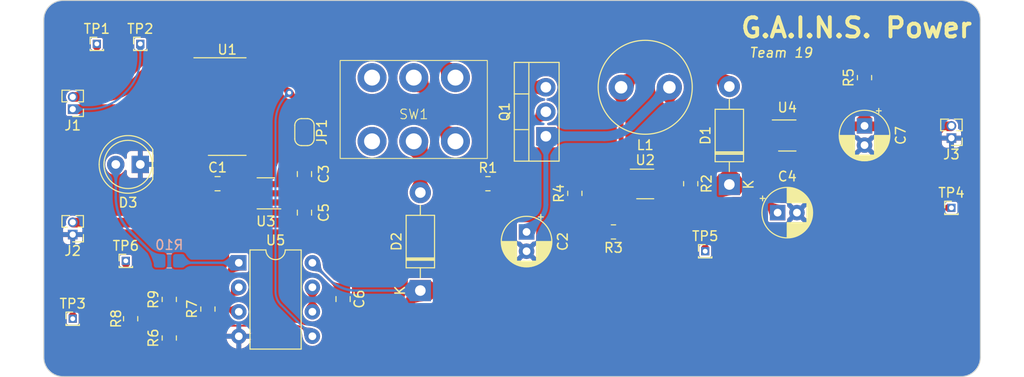
<source format=kicad_pcb>
(kicad_pcb (version 20221018) (generator pcbnew)
  (layers (0 "F.Cu" signal) (31 "B.Cu" signal) (34 "B.Paste" user) (35 "F.Paste" user) (36 "B.SilkS" user "B.Silkscreen") (37 "F.SilkS" user "F.Silkscreen") (38 "B.Mask" user) (39 "F.Mask" user) (44 "Edge.Cuts" user))
  (net 0 "")
  (net 1 "/BAT-")
  (net 2 "Net-(U1-CBPS)")
  (net 3 "Net-(Q1-D)")
  (net 4 "GND")
  (net 5 "/BAT+")
  (net 6 "Net-(D1-K)")
  (net 7 "/VUSB")
  (net 8 "/+5V")
  (net 9 "Net-(D1-A)")
  (net 10 "Net-(D2-A)")
  (net 11 "Net-(D3-A)")
  (net 12 "Net-(Q1-G)")
  (net 13 "Net-(Q1-S)")
  (net 14 "Net-(U2-SHDN)")
  (net 15 "Net-(U2-FB)")
  (net 16 "Net-(U5A--)")
  (net 17 "Net-(U5A-+)")
  (net 18 "Net-(R10-Pad1)")
  (net 22 "NC")
  (net 24 "Net-(U5B--)")
  (net 25 "Net-(JP1-B)")
  (footprint "Connector_PinHeader_1.00mm:PinHeader_1x01_P1.00mm_Vertical" (layer "F.Cu") (at 190 61.5)
    (fp_text reference "TP4" (at 0 -1.56) (layer "F.SilkS"))
    (fp_text value "TestPoint")
    (pad "1" thru_hole rect (at 0 0) (size 0.85 0.85) (drill 0.5) (layers "*.Cu" "*.Mask") (net 8 "/+5V"))
  )
  (footprint "Connector_PinHeader_1.00mm:PinHeader_1x01_P1.00mm_Vertical" (layer "F.Cu") (at 101.5 44.5)
    (fp_text reference "TP1" (at 0 -1.56) (layer "F.SilkS"))
    (fp_text value "TestPoint")
    (pad "1" thru_hole rect (at 0 0) (size 0.85 0.85) (drill 0.5) (layers "*.Cu" "*.Mask") (net 5 "/BAT+"))
  )
  (footprint "Package_DIP:DIP-8_W7.62mm" (layer "F.Cu") (at 116.2 67.2)
    (fp_text reference "U5" (at 3.81 -2.33) (layer "F.SilkS"))
    (fp_text value "MCP602")
    (pad "1" thru_hole rect (at 0 0) (size 1.6 1.6) (drill 0.8) (layers "*.Cu" "*.Mask") (net 18 "Net-(R10-Pad1)"))
    (pad "2" thru_hole oval (at 0 2.54) (size 1.6 1.6) (drill 0.8) (layers "*.Cu" "*.Mask") (net 16 "Net-(U5A--)"))
    (pad "3" thru_hole oval (at 0 5.08) (size 1.6 1.6) (drill 0.8) (layers "*.Cu" "*.Mask") (net 17 "Net-(U5A-+)"))
    (pad "4" thru_hole oval (at 0 7.62) (size 1.6 1.6) (drill 0.8) (layers "*.Cu" "*.Mask") (net 4 "GND"))
    (pad "5" thru_hole oval (at 7.62 7.62) (size 1.6 1.6) (drill 0.8) (layers "*.Cu" "*.Mask") (net 5 "/BAT+"))
    (pad "6" thru_hole oval (at 7.62 5.08) (size 1.6 1.6) (drill 0.8) (layers "*.Cu" "*.Mask") (net 24 "Net-(U5B--)"))
    (pad "7" thru_hole oval (at 7.62 2.54) (size 1.6 1.6) (drill 0.8) (layers "*.Cu" "*.Mask") (net 24 "Net-(U5B--)"))
    (pad "8" thru_hole oval (at 7.62 0) (size 1.6 1.6) (drill 0.8) (layers "*.Cu" "*.Mask") (net 8 "/+5V"))
  )
  (footprint "GAINS_FOOTPRINTS:Power Switch" (layer "F.Cu") (at 134.318 51.302 180)
    (fp_text reference "SW1" (at 0 -0.5 unlocked) (layer "F.SilkS") (effects (font (thickness 0.1))))
    (fp_text value "SW_DPST")
    (pad "1" thru_hole circle (at -4.318 -3.302 180) (size 3 3) (drill 1.65) (layers "*.Cu" "*.Mask") (net 7 "/VUSB"))
    (pad "2" thru_hole circle (at 0 -3.302 180) (size 3 3) (drill 1.65) (layers "*.Cu" "*.Mask") (net 10 "Net-(D2-A)"))
    (pad "3" thru_hole circle (at -4.318 3.302 180) (size 3 3) (drill 1.65) (layers "*.Cu" "*.Mask") (net 5 "/BAT+"))
    (pad "4" thru_hole circle (at 0 3.302 180) (size 3 3) (drill 1.65) (layers "*.Cu" "*.Mask") (net 13 "Net-(Q1-S)"))
    (pad "5" thru_hole circle (at 4.318 -3.302 180) (size 3 3) (drill 1.65) (layers "*.Cu" "*.Mask"))
    (pad "6" thru_hole circle (at 4.318 3.302 180) (size 3 3) (drill 1.65) (layers "*.Cu" "*.Mask"))
  )
  (footprint "Connector_PinHeader_1.27mm:PinHeader_1x02_P1.27mm_Vertical" (layer "F.Cu") (at 190 54.27 180)
    (fp_text reference "J3" (at 0 -1.695) (layer "F.SilkS"))
    (fp_text value "Conn_01x02_Socket")
    (pad "1" thru_hole rect (at 0 0 180) (size 1 1) (drill 0.65) (layers "*.Cu" "*.Mask") (net 4 "GND"))
    (pad "2" thru_hole oval (at 0 1.27 180) (size 1 1) (drill 0.65) (layers "*.Cu" "*.Mask") (net 8 "/+5V"))
  )
  (footprint "Package_TO_SOT_SMD:SOT-23-5_HandSoldering" (layer "F.Cu") (at 119 60 180)
    (fp_text reference "U3" (at 0 -2.9) (layer "F.SilkS"))
    (fp_text value "MCP73811T")
    (pad "1" smd rect (at -1.35 -0.95 180) (size 1.56 0.65) (layers "F.Cu" "F.Paste" "F.Mask") (net 7 "/VUSB"))
    (pad "2" smd rect (at -1.35 0 180) (size 1.56 0.65) (layers "F.Cu" "F.Paste" "F.Mask") (net 4 "GND"))
    (pad "3" smd rect (at -1.35 0.95 180) (size 1.56 0.65) (layers "F.Cu" "F.Paste" "F.Mask") (net 25 "Net-(JP1-B)"))
    (pad "4" smd rect (at 1.35 0.95 180) (size 1.56 0.65) (layers "F.Cu" "F.Paste" "F.Mask") (net 7 "/VUSB"))
    (pad "5" smd rect (at 1.35 -0.95 180) (size 1.56 0.65) (layers "F.Cu" "F.Paste" "F.Mask") (net 7 "/VUSB"))
  )
  (footprint "Connector_PinHeader_1.00mm:PinHeader_1x01_P1.00mm_Vertical" (layer "F.Cu") (at 106 44.5)
    (fp_text reference "TP2" (at 0 -1.56) (layer "F.SilkS"))
    (fp_text value "TestPoint")
    (pad "1" thru_hole rect (at 0 0) (size 0.85 0.85) (drill 0.5) (layers "*.Cu" "*.Mask") (net 1 "/BAT-"))
  )
  (footprint "Resistor_SMD:R_0805_2012Metric_Pad1.20x1.40mm_HandSolder" (layer "F.Cu") (at 105 73 -90)
    (fp_text reference "R8" (at 0 1.5 90) (layer "F.SilkS"))
    (fp_text value "30k")
    (pad "1" smd roundrect (at -1 0 270) (size 1.2 1.4) (layers "F.Cu" "F.Paste" "F.Mask") (roundrect_rratio 0.208333) (net 17 "Net-(U5A-+)"))
    (pad "2" smd roundrect (at 1 0 270) (size 1.2 1.4) (layers "F.Cu" "F.Paste" "F.Mask") (roundrect_rratio 0.208333) (net 4 "GND"))
  )
  (footprint "Resistor_SMD:R_0805_2012Metric_Pad1.20x1.40mm_HandSolder" (layer "F.Cu") (at 142 59)
    (fp_text reference "R1" (at 0 -1.65) (layer "F.SilkS"))
    (fp_text value "10k")
    (pad "1" smd roundrect (at -1 0) (size 1.2 1.4) (layers "F.Cu" "F.Paste" "F.Mask") (roundrect_rratio 0.208333) (net 10 "Net-(D2-A)"))
    (pad "2" smd roundrect (at 1 0) (size 1.2 1.4) (layers "F.Cu" "F.Paste" "F.Mask") (roundrect_rratio 0.208333) (net 12 "Net-(Q1-G)"))
  )
  (footprint "Capacitor_THT:CP_Radial_D5.0mm_P2.00mm" (layer "F.Cu") (at 181 53 -90)
    (fp_text reference "C7" (at 1 -3.75 90) (layer "F.SilkS"))
    (fp_text value "82u")
    (pad "1" thru_hole rect (at 0 0 270) (size 1.6 1.6) (drill 0.8) (layers "*.Cu" "*.Mask") (net 8 "/+5V"))
    (pad "2" thru_hole circle (at 2 0 270) (size 1.6 1.6) (drill 0.8) (layers "*.Cu" "*.Mask") (net 4 "GND"))
  )
  (footprint "Package_TO_SOT_SMD:SOT-23-5_HandSoldering" (layer "F.Cu") (at 173 54)
    (fp_text reference "U4" (at 0 -2.9) (layer "F.SilkS"))
    (fp_text value "MAX40200AUK")
    (pad "1" smd rect (at -1.35 -0.95) (size 1.56 0.65) (layers "F.Cu" "F.Paste" "F.Mask") (net 6 "Net-(D1-K)"))
    (pad "2" smd rect (at -1.35 0) (size 1.56 0.65) (layers "F.Cu" "F.Paste" "F.Mask") (net 4 "GND"))
    (pad "3" smd rect (at -1.35 0.95) (size 1.56 0.65) (layers "F.Cu" "F.Paste" "F.Mask") (net 6 "Net-(D1-K)"))
    (pad "4" smd rect (at 1.35 0.95) (size 1.56 0.65) (layers "F.Cu" "F.Paste" "F.Mask"))
    (pad "5" smd rect (at 1.35 -0.95) (size 1.56 0.65) (layers "F.Cu" "F.Paste" "F.Mask") (net 8 "/+5V"))
  )
  (footprint "Diode_THT:D_DO-41_SOD81_P10.16mm_Horizontal" (layer "F.Cu") (at 167 59.08 90)
    (fp_text reference "D1" (at 5.08 -2.47 90) (layer "F.SilkS"))
    (fp_text value "1N5819")
    (fp_text user "K" (at 0 2 90) (layer "F.SilkS"))
    (pad "1" thru_hole rect (at 0 0 90) (size 2.2 2.2) (drill 1.1) (layers "*.Cu" "*.Mask") (net 6 "Net-(D1-K)"))
    (pad "2" thru_hole oval (at 10.16 0 90) (size 2.2 2.2) (drill 1.1) (layers "*.Cu" "*.Mask") (net 9 "Net-(D1-A)"))
  )
  (footprint "Connector_PinHeader_1.00mm:PinHeader_1x01_P1.00mm_Vertical" (layer "F.Cu") (at 104.5 67)
    (fp_text reference "TP6" (at 0 -1.56) (layer "F.SilkS"))
    (fp_text value "TestPoint")
    (pad "1" thru_hole rect (at 0 0) (size 0.85 0.85) (drill 0.5) (layers "*.Cu" "*.Mask") (net 17 "Net-(U5A-+)"))
  )
  (footprint "Resistor_SMD:R_0805_2012Metric_Pad1.20x1.40mm_HandSolder" (layer "F.Cu") (at 109 75 90)
    (fp_text reference "R6" (at 0 -1.65 90) (layer "F.SilkS"))
    (fp_text value "10k")
    (pad "1" smd roundrect (at -1 0 90) (size 1.2 1.4) (layers "F.Cu" "F.Paste" "F.Mask") (roundrect_rratio 0.208333) (net 8 "/+5V"))
    (pad "2" smd roundrect (at 1 0 90) (size 1.2 1.4) (layers "F.Cu" "F.Paste" "F.Mask") (roundrect_rratio 0.208333) (net 17 "Net-(U5A-+)"))
  )
  (footprint "Capacitor_SMD:C_0805_2012Metric_Pad1.18x1.45mm_HandSolder" (layer "F.Cu") (at 127 70.9625 -90)
    (fp_text reference "C6" (at 0 -1.68 90) (layer "F.SilkS"))
    (fp_text value "0.1u")
    (pad "1" smd roundrect (at -1.0375 0 270) (size 1.175 1.45) (layers "F.Cu" "F.Paste" "F.Mask") (roundrect_rratio 0.212766) (net 8 "/+5V"))
    (pad "2" smd roundrect (at 1.0375 0 270) (size 1.175 1.45) (layers "F.Cu" "F.Paste" "F.Mask") (roundrect_rratio 0.212766) (net 4 "GND"))
  )
  (footprint "Capacitor_SMD:C_0805_2012Metric_Pad1.18x1.45mm_HandSolder" (layer "F.Cu") (at 114 59)
    (fp_text reference "C1" (at 0 -1.68) (layer "F.SilkS"))
    (fp_text value "0.1u")
    (pad "1" smd roundrect (at -1.0375 0) (size 1.175 1.45) (layers "F.Cu" "F.Paste" "F.Mask") (roundrect_rratio 0.212766) (net 1 "/BAT-"))
    (pad "2" smd roundrect (at 1.0375 0) (size 1.175 1.45) (layers "F.Cu" "F.Paste" "F.Mask") (roundrect_rratio 0.212766) (net 2 "Net-(U1-CBPS)"))
  )
  (footprint "Connector_PinHeader_1.27mm:PinHeader_1x02_P1.27mm_Vertical" (layer "F.Cu") (at 99 51.27 180)
    (fp_text reference "J1" (at 0 -1.695) (layer "F.SilkS"))
    (fp_text value "Conn_01x02_Socket")
    (pad "1" thru_hole rect (at 0 0 180) (size 1 1) (drill 0.65) (layers "*.Cu" "*.Mask") (net 1 "/BAT-"))
    (pad "2" thru_hole oval (at 0 1.27 180) (size 1 1) (drill 0.65) (layers "*.Cu" "*.Mask") (net 5 "/BAT+"))
  )
  (footprint "Package_TO_SOT_SMD:TSOT-23-6_HandSoldering" (layer "F.Cu") (at 158.29 59)
    (fp_text reference "U2" (at 0 -2.45) (layer "F.SilkS"))
    (fp_text value "LTC3426")
    (pad "1" smd rect (at -1.71 -0.95) (size 2 0.65) (layers "F.Cu" "F.Paste" "F.Mask") (net 9 "Net-(D1-A)"))
    (pad "2" smd rect (at -1.71 0) (size 2 0.65) (layers "F.Cu" "F.Paste" "F.Mask") (net 4 "GND"))
    (pad "3" smd rect (at -1.71 0.95) (size 2 0.65) (layers "F.Cu" "F.Paste" "F.Mask") (net 15 "Net-(U2-FB)"))
    (pad "4" smd rect (at 1.71 0.95) (size 2 0.65) (layers "F.Cu" "F.Paste" "F.Mask") (net 14 "Net-(U2-SHDN)"))
    (pad "5" smd rect (at 1.71 0) (size 2 0.65) (layers "F.Cu" "F.Paste" "F.Mask") (net 6 "Net-(D1-K)"))
    (pad "6" smd rect (at 1.71 -0.95) (size 2 0.65) (layers "F.Cu" "F.Paste" "F.Mask") (net 3 "Net-(Q1-D)"))
  )
  (footprint "Package_SO:SOIC-16_3.9x9.9mm_P1.27mm" (layer "F.Cu") (at 115 51)
    (fp_text reference "U1" (at 0 -5.9) (layer "F.SilkS"))
    (fp_text value "UCC39562")
    (pad "1" smd roundrect (at -2.475 -4.445) (size 1.95 0.6) (layers "F.Cu" "F.Paste" "F.Mask") (net 1 "/BAT-"))
    (pad "2" smd roundrect (at -2.475 -3.175) (size 1.95 0.6) (layers "F.Cu" "F.Paste" "F.Mask"))
    (pad "3" smd roundrect (at -2.475 -1.905) (size 1.95 0.6) (layers "F.Cu" "F.Paste" "F.Mask") (net 1 "/BAT-"))
    (pad "4" smd roundrect (at -2.475 -0.635) (size 1.95 0.6) (layers "F.Cu" "F.Paste" "F.Mask") (net 1 "/BAT-"))
    (pad "5" smd roundrect (at -2.475 0.635) (size 1.95 0.6) (layers "F.Cu" "F.Paste" "F.Mask") (net 1 "/BAT-"))
    (pad "6" smd roundrect (at -2.475 1.905) (size 1.95 0.6) (layers "F.Cu" "F.Paste" "F.Mask") (net 1 "/BAT-"))
    (pad "7" smd roundrect (at -2.475 3.175) (size 1.95 0.6) (layers "F.Cu" "F.Paste" "F.Mask") (net 1 "/BAT-"))
    (pad "8" smd roundrect (at -2.475 4.445) (size 1.95 0.6) (layers "F.Cu" "F.Paste" "F.Mask") (net 1 "/BAT-"))
    (pad "9" smd roundrect (at 2.475 4.445) (size 1.95 0.6) (layers "F.Cu" "F.Paste" "F.Mask") (net 4 "GND"))
    (pad "10" smd roundrect (at 2.475 3.175) (size 1.95 0.6) (layers "F.Cu" "F.Paste" "F.Mask") (net 4 "GND"))
    (pad "11" smd roundrect (at 2.475 1.905) (size 1.95 0.6) (layers "F.Cu" "F.Paste" "F.Mask") (net 4 "GND"))
    (pad "12" smd roundrect (at 2.475 0.635) (size 1.95 0.6) (layers "F.Cu" "F.Paste" "F.Mask") (net 4 "GND"))
    (pad "13" smd roundrect (at 2.475 -0.635) (size 1.95 0.6) (layers "F.Cu" "F.Paste" "F.Mask") (net 4 "GND"))
    (pad "14" smd roundrect (at 2.475 -1.905) (size 1.95 0.6) (layers "F.Cu" "F.Paste" "F.Mask") (net 22 "NC"))
    (pad "15" smd roundrect (at 2.475 -3.175) (size 1.95 0.6) (layers "F.Cu" "F.Paste" "F.Mask") (net 2 "Net-(U1-CBPS)"))
    (pad "16" smd roundrect (at 2.475 -4.445) (size 1.95 0.6) (layers "F.Cu" "F.Paste" "F.Mask") (net 5 "/BAT+"))
  )
  (footprint "Inductor_THT:L_Radial_D9.5mm_P5.00mm_Fastron_07HVP" (layer "F.Cu") (at 160.79 49 180)
    (fp_text reference "L1" (at 2.5 -6) (layer "F.SilkS"))
    (fp_text value "2.2u")
    (pad "1" thru_hole circle (at 0 0 180) (size 2.6 2.6) (drill 1.3) (layers "*.Cu" "*.Mask") (net 3 "Net-(Q1-D)"))
    (pad "2" thru_hole circle (at 5 0 180) (size 2.6 2.6) (drill 1.3) (layers "*.Cu" "*.Mask") (net 9 "Net-(D1-A)"))
  )
  (footprint "Resistor_SMD:R_0805_2012Metric_Pad1.20x1.40mm_HandSolder" (layer "F.Cu") (at 151 60 90)
    (fp_text reference "R4" (at 0 -1.65 90) (layer "F.SilkS"))
    (fp_text value "30.9k")
    (pad "1" smd roundrect (at -1 0 90) (size 1.2 1.4) (layers "F.Cu" "F.Paste" "F.Mask") (roundrect_rratio 0.208333) (net 15 "Net-(U2-FB)"))
    (pad "2" smd roundrect (at 1 0 90) (size 1.2 1.4) (layers "F.Cu" "F.Paste" "F.Mask") (roundrect_rratio 0.208333) (net 4 "GND"))
  )
  (footprint "Package_TO_SOT_THT:TO-220-3_Vertical" (layer "F.Cu") (at 148 54.08 90)
    (fp_text reference "Q1" (at 2.54 -4.27 90) (layer "F.SilkS"))
    (fp_text value "IRF9630")
    (pad "1" thru_hole rect (at 0 0 90) (size 1.905 2) (drill 1.1) (layers "*.Cu" "*.Mask") (net 3 "Net-(Q1-D)"))
    (pad "2" thru_hole oval (at 2.54 0 90) (size 1.905 2) (drill 1.1) (layers "*.Cu" "*.Mask") (net 12 "Net-(Q1-G)"))
    (pad "3" thru_hole oval (at 5.08 0 90) (size 1.905 2) (drill 1.1) (layers "*.Cu" "*.Mask") (net 13 "Net-(Q1-S)"))
  )
  (footprint "Capacitor_SMD:C_0805_2012Metric_Pad1.18x1.45mm_HandSolder" (layer "F.Cu") (at 123 58 -90)
    (fp_text reference "C3" (at 0 -2 90) (layer "F.SilkS"))
    (fp_text value "1u")
    (pad "1" smd roundrect (at -1.0375 0 270) (size 1.175 1.45) (layers "F.Cu" "F.Paste" "F.Mask") (roundrect_rratio 0.212766) (net 25 "Net-(JP1-B)"))
    (pad "2" smd roundrect (at 1.0375 0 270) (size 1.175 1.45) (layers "F.Cu" "F.Paste" "F.Mask") (roundrect_rratio 0.212766) (net 4 "GND"))
  )
  (footprint "Resistor_SMD:R_0805_2012Metric_Pad1.20x1.40mm_HandSolder" (layer "F.Cu") (at 113 72 90)
    (fp_text reference "R7" (at 0 -1.65 90) (layer "F.SilkS"))
    (fp_text value "1k")
    (pad "1" smd roundrect (at -1 0 90) (size 1.2 1.4) (layers "F.Cu" "F.Paste" "F.Mask") (roundrect_rratio 0.208333) (net 5 "/BAT+"))
    (pad "2" smd roundrect (at 1 0 90) (size 1.2 1.4) (layers "F.Cu" "F.Paste" "F.Mask") (roundrect_rratio 0.208333) (net 16 "Net-(U5A--)"))
  )
  (footprint "Resistor_SMD:R_0805_2012Metric_Pad1.20x1.40mm_HandSolder" (layer "F.Cu") (at 155 64 180)
    (fp_text reference "R3" (at 0 -1.65) (layer "F.SilkS"))
    (fp_text value "95.3k")
    (pad "1" smd roundrect (at -1 0 180) (size 1.2 1.4) (layers "F.Cu" "F.Paste" "F.Mask") (roundrect_rratio 0.208333) (net 6 "Net-(D1-K)"))
    (pad "2" smd roundrect (at 1 0 180) (size 1.2 1.4) (layers "F.Cu" "F.Paste" "F.Mask") (roundrect_rratio 0.208333) (net 15 "Net-(U2-FB)"))
  )
  (footprint "Capacitor_THT:CP_Radial_D5.0mm_P2.00mm" (layer "F.Cu") (at 146 64 -90)
    (fp_text reference "C2" (at 1 -3.75 90) (layer "F.SilkS"))
    (fp_text value "10u")
    (pad "1" thru_hole rect (at 0 0 270) (size 1.6 1.6) (drill 0.8) (layers "*.Cu" "*.Mask") (net 3 "Net-(Q1-D)"))
    (pad "2" thru_hole circle (at 2 0 270) (size 1.6 1.6) (drill 0.8) (layers "*.Cu" "*.Mask") (net 4 "GND"))
  )
  (footprint "Jumper:SolderJumper-2_P1.3mm_Open_RoundedPad1.0x1.5mm" (layer "F.Cu") (at 123 53.65 -90)
    (fp_text reference "JP1" (at 0 -1.8 -90) (layer "F.SilkS"))
    (fp_text value "Jumper_2_Open")
    (pad "1" smd custom (at -0.65 0 270) (size 1 0.5) (layers "F.Cu" "F.Mask") (net 5 "/BAT+") (options (clearance outline) (anchor rect)) (primitives (gr_circle (center 0 0.25) (end 0.5 0.25) (width 0) (fill yes)) (gr_circle (center 0 -0.25) (end 0.5 -0.25) (width 0) (fill yes)) (gr_poly (pts (xy 0.5 0.75) (xy 0 0.75) (xy 0 -0.75) (xy 0.5 -0.75)) (width 0) (fill yes))))
    (pad "2" smd custom (at 0.65 0 270) (size 1 0.5) (layers "F.Cu" "F.Mask") (net 25 "Net-(JP1-B)") (options (clearance outline) (anchor rect)) (primitives (gr_circle (center 0 0.25) (end 0.5 0.25) (width 0) (fill yes)) (gr_circle (center 0 -0.25) (end 0.5 -0.25) (width 0) (fill yes)) (gr_poly (pts (xy 0 0.75) (xy -0.5 0.75) (xy -0.5 -0.75) (xy 0 -0.75)) (width 0) (fill yes))))
  )
  (footprint "Resistor_SMD:R_0805_2012Metric_Pad1.20x1.40mm_HandSolder" (layer "F.Cu") (at 181 48 90)
    (fp_text reference "R5" (at 0 -1.65 90) (layer "F.SilkS"))
    (fp_text value "10k")
    (pad "1" smd roundrect (at -1 0 90) (size 1.2 1.4) (layers "F.Cu" "F.Paste" "F.Mask") (roundrect_rratio 0.208333) (net 8 "/+5V"))
    (pad "2" smd roundrect (at 1 0 90) (size 1.2 1.4) (layers "F.Cu" "F.Paste" "F.Mask") (roundrect_rratio 0.208333) (net 4 "GND"))
  )
  (footprint "Connector_PinHeader_1.00mm:PinHeader_1x01_P1.00mm_Vertical" (layer "F.Cu") (at 164.5 66)
    (fp_text reference "TP5" (at 0 -1.56) (layer "F.SilkS"))
    (fp_text value "TestPoint")
    (pad "1" thru_hole rect (at 0 0) (size 0.85 0.85) (drill 0.5) (layers "*.Cu" "*.Mask") (net 6 "Net-(D1-K)"))
  )
  (footprint "Resistor_SMD:R_0805_2012Metric_Pad1.20x1.40mm_HandSolder" (layer "F.Cu") (at 109 71 90)
    (fp_text reference "R9" (at 0 -1.65 90) (layer "F.SilkS"))
    (fp_text value "100k")
    (pad "1" smd roundrect (at -1 0 90) (size 1.2 1.4) (layers "F.Cu" "F.Paste" "F.Mask") (roundrect_rratio 0.208333) (net 17 "Net-(U5A-+)"))
    (pad "2" smd roundrect (at 1 0 90) (size 1.2 1.4) (layers "F.Cu" "F.Paste" "F.Mask") (roundrect_rratio 0.208333) (net 18 "Net-(R10-Pad1)"))
  )
  (footprint "Diode_THT:D_DO-41_SOD81_P10.16mm_Horizontal" (layer "F.Cu") (at 135 70.08 90)
    (fp_text reference "D2" (at 5.08 -2.47 90) (layer "F.SilkS"))
    (fp_text value "1N5819")
    (fp_text user "K" (at 0 -2.1 90) (layer "F.SilkS"))
    (pad "1" thru_hole rect (at 0 0 90) (size 2.2 2.2) (drill 1.1) (layers "*.Cu" "*.Mask") (net 8 "/+5V"))
    (pad "2" thru_hole oval (at 10.16 0 90) (size 2.2 2.2) (drill 1.1) (layers "*.Cu" "*.Mask") (net 10 "Net-(D2-A)"))
  )
  (footprint "Capacitor_SMD:C_0805_2012Metric_Pad1.18x1.45mm_HandSolder" (layer "F.Cu") (at 123 62 90)
    (fp_text reference "C5" (at 0 2 90) (layer "F.SilkS"))
    (fp_text value "1u")
    (pad "1" smd roundrect (at -1.0375 0 90) (size 1.175 1.45) (layers "F.Cu" "F.Paste" "F.Mask") (roundrect_rratio 0.212766) (net 7 "/VUSB"))
    (pad "2" smd roundrect (at 1.0375 0 90) (size 1.175 1.45) (layers "F.Cu" "F.Paste" "F.Mask") (roundrect_rratio 0.212766) (net 4 "GND"))
  )
  (footprint "Connector_PinHeader_1.00mm:PinHeader_1x01_P1.00mm_Vertical" (layer "F.Cu") (at 99 73)
    (fp_text reference "TP3" (at 0 -1.56) (layer "F.SilkS"))
    (fp_text value "TestPoint")
    (pad "1" thru_hole rect (at 0 0) (size 0.85 0.85) (drill 0.5) (layers "*.Cu" "*.Mask") (net 7 "/VUSB"))
  )
  (footprint "Resistor_SMD:R_0805_2012Metric_Pad1.20x1.40mm_HandSolder" (layer "F.Cu") (at 163 59 -90)
    (fp_text reference "R2" (at 0 -1.65 90) (layer "F.SilkS"))
    (fp_text value "1M")
    (pad "1" smd roundrect (at -1 0 270) (size 1.2 1.4) (layers "F.Cu" "F.Paste" "F.Mask") (roundrect_rratio 0.208333) (net 3 "Net-(Q1-D)"))
    (pad "2" smd roundrect (at 1 0 270) (size 1.2 1.4) (layers "F.Cu" "F.Paste" "F.Mask") (roundrect_rratio 0.208333) (net 14 "Net-(U2-SHDN)"))
  )
  (footprint "LED_THT:LED_D5.0mm" (layer "F.Cu") (at 106 57 180)
    (fp_text reference "D3" (at 1.27 -3.96) (layer "F.SilkS"))
    (fp_text value "Red LED")
    (pad "1" thru_hole rect (at 0 0 180) (size 1.8 1.8) (drill 0.9) (layers "*.Cu" "*.Mask") (net 4 "GND"))
    (pad "2" thru_hole circle (at 2.54 0 180) (size 1.8 1.8) (drill 0.9) (layers "*.Cu" "*.Mask") (net 11 "Net-(D3-A)"))
  )
  (footprint "Connector_PinHeader_1.27mm:PinHeader_1x02_P1.27mm_Vertical" (layer "F.Cu") (at 99 64.27 180)
    (fp_text reference "J2" (at 0 -1.695) (layer "F.SilkS"))
    (fp_text value "Conn_01x02_Socket")
    (pad "1" thru_hole rect (at 0 0 180) (size 1 1) (drill 0.65) (layers "*.Cu" "*.Mask") (net 4 "GND"))
    (pad "2" thru_hole oval (at 0 1.27 180) (size 1 1) (drill 0.65) (layers "*.Cu" "*.Mask") (net 7 "/VUSB"))
  )
  (footprint "Capacitor_THT:CP_Radial_D5.0mm_P2.00mm" (layer "F.Cu") (at 172 62)
    (fp_text reference "C4" (at 1 -3.75) (layer "F.SilkS"))
    (fp_text value "22u")
    (pad "1" thru_hole rect (at 0 0) (size 1.6 1.6) (drill 0.8) (layers "*.Cu" "*.Mask") (net 6 "Net-(D1-K)"))
    (pad "2" thru_hole circle (at 2 0) (size 1.6 1.6) (drill 0.8) (layers "*.Cu" "*.Mask") (net 4 "GND"))
  )
  (footprint "Resistor_SMD:R_0805_2012Metric_Pad1.20x1.40mm_HandSolder" (layer "B.Cu") (at 109 67 180)
    (fp_text reference "R10" (at 0 1.65) (layer "B.SilkS") (effects (justify mirror)))
    (fp_text value "250")
    (pad "1" smd roundrect (at -1 0 180) (size 1.2 1.4) (layers "B.Cu" "B.Paste" "B.Mask") (roundrect_rratio 0.208333) (net 18 "Net-(R10-Pad1)"))
    (pad "2" smd roundrect (at 1 0 180) (size 1.2 1.4) (layers "B.Cu" "B.Paste" "B.Mask") (roundrect_rratio 0.208333) (net 11 "Net-(D3-A)"))
  )
  (gr_line (start 96 77) (end 96 42) (stroke (width 0.1)) (layer "Edge.Cuts"))
  (gr_line (start 98 40) (end 191 40) (stroke (width 0.1)) (layer "Edge.Cuts"))
  (gr_arc (start 96 42) (mid 96.585786 40.585786) (end 98 40) (stroke (width 0.1)) (layer "Edge.Cuts"))
  (gr_line (start 191 79) (end 98 79) (stroke (width 0.1)) (layer "Edge.Cuts"))
  (gr_line (start 193 42) (end 193 77) (stroke (width 0.1)) (layer "Edge.Cuts"))
  (gr_arc (start 98 79) (mid 96.585786 78.414214) (end 96 77) (stroke (width 0.1)) (layer "Edge.Cuts"))
  (gr_arc (start 193 77) (mid 192.414214 78.414214) (end 191 79) (stroke (width 0.1)) (layer "Edge.Cuts"))
  (gr_arc (start 191 40) (mid 192.414214 40.585786) (end 193 42) (stroke (width 0.1)) (layer "Edge.Cuts"))
  (gr_text "G.A.I.N.S. Power" (at 168 44) (layer "F.SilkS") (effects (font (size 2 2) (thickness 0.4) bold) (justify left bottom)))
  (gr_text "Team 19" (at 169 46) (layer "F.SilkS") (effects (font (size 1 1) (thickness 0.15) italic) (justify left bottom)))
  (segment (start 112.525 51.635) (end 112.525 52.905) (width 1) (layer "F.Cu") (net 1))
  (segment (start 112.16 51.27) (end 112.525 51.635) (width 0.2) (layer "F.Cu") (net 1))
  (segment (start 108.250534 48.019466) (end 105 51.27) (width 1) (layer "F.Cu") (net 1))
  (segment (start 112.525 54.175) (end 112.525 55.445) (width 1) (layer "F.Cu") (net 1))
  (segment (start 112.525 49.095) (end 112.525 50.365) (width 1) (layer "F.Cu") (net 1))
  (segment (start 105 51.27) (end 112.16 51.27) (width 1) (layer "F.Cu") (net 1))
  (segment (start 112.525 52.905) (end 112.525 54.175) (width 1) (layer "F.Cu") (net 1))
  (segment (start 112.525 50.365) (end 112.525 51.635) (width 1) (layer "F.Cu") (net 1))
  (segment (start 112.525 58.5625) (end 112.9625 59) (width 1) (layer "F.Cu") (net 1))
  (segment (start 112.525 55.445) (end 112.525 58.5625) (width 1) (layer "F.Cu") (net 1))
  (segment (start 112.525 46.555) (end 111.786068 46.555) (width 1) (layer "F.Cu") (net 1))
  (segment (start 99 51.27) (end 105 51.27) (width 1) (layer "F.Cu") (net 1))
  (arc (start 108.250534 48.019466) (mid 109.872651 46.935602) (end 111.786068 46.555) (width 1) (layer "F.Cu") (net 1))
  (segment (start 100.658932 51.27) (end 99 51.27) (width 0.2) (layer "B.Cu") (net 1))
  (segment (start 104.535534 49.464466) (end 104.194466 49.805534) (width 0.2) (layer "B.Cu") (net 1))
  (segment (start 106 44.5) (end 106 45.928932) (width 0.2) (layer "B.Cu") (net 1))
  (arc (start 106 45.928932) (mid 105.619398 47.842349) (end 104.535534 49.464466) (width 0.2) (layer "B.Cu") (net 1))
  (arc (start 100.658932 51.27) (mid 102.572349 50.889398) (end 104.194466 49.805534) (width 0.2) (layer "B.Cu") (net 1))
  (segment (start 115.0375 59) (end 115.0375 49.376714) (width 1) (layer "F.Cu") (net 2))
  (segment (start 116.589214 47.825) (end 117.475 47.825) (width 1) (layer "F.Cu") (net 2))
  (segment (start 115.330393 48.669607) (end 115.882107 48.117893) (width 1) (layer "F.Cu") (net 2))
  (segment (start 117.094092 47.825) (end 117.475 47.825) (width 0.25) (layer "F.Cu") (net 2))
  (arc (start 116.589214 47.825) (mid 116.206531 47.90112) (end 115.882107 48.117893) (width 1) (layer "F.Cu") (net 2))
  (arc (start 115.330393 48.669607) (mid 115.11362 48.99403) (end 115.0375 49.376714) (width 1) (layer "F.Cu") (net 2))
  (segment (start 160.395 57.655) (end 160 58.05) (width 0.25) (layer "F.Cu") (net 3))
  (segment (start 160.79 47.79) (end 160.79 49) (width 0.25) (layer "F.Cu") (net 3))
  (segment (start 160.05 58) (end 160 58.05) (width 0.25) (layer "F.Cu") (net 3))
  (segment (start 148 54.08) (end 148.92 54.08) (width 0.25) (layer "F.Cu") (net 3))
  (segment (start 160.204213 57.845787) (end 160 58.05) (width 0.5) (layer "F.Cu") (net 3))
  (segment (start 163 58) (end 160.05 58) (width 0.25) (layer "F.Cu") (net 3))
  (segment (start 160.79 49) (end 160.79 56.431573) (width 0.5) (layer "F.Cu") (net 3))
  (arc (start 160.79 56.431573) (mid 160.637759 57.19694) (end 160.204213 57.845787) (width 0.5) (layer "F.Cu") (net 3))
  (segment (start 147.414213 62.585787) (end 146 64) (width 0.5) (layer "B.Cu") (net 3))
  (segment (start 156.881573 52.908427) (end 160.79 49) (width 1) (layer "B.Cu") (net 3))
  (segment (start 148 54.08) (end 154.053146 54.08) (width 1) (layer "B.Cu") (net 3))
  (segment (start 148 54.08) (end 148 61.171573) (width 0.5) (layer "B.Cu") (net 3))
  (arc (start 148 61.171573) (mid 147.847759 61.93694) (end 147.414213 62.585787) (width 0.5) (layer "B.Cu") (net 3))
  (arc (start 154.053146 54.08) (mid 155.58388 53.775518) (end 156.881573 52.908427) (width 1) (layer "B.Cu") (net 3))
  (segment (start 117.475 50.365) (end 117.475 55.445) (width 1) (layer "F.Cu") (net 4))
  (segment (start 119.935584 48.064416) (end 121.435584 49.564416) (width 0.5) (layer "F.Cu") (net 5))
  (segment (start 111.071068 45) (end 115.92 45) (width 1) (layer "F.Cu") (net 5))
  (segment (start 123 51.957259) (end 123 53) (width 0.5) (layer "F.Cu") (net 5))
  (segment (start 115.92 45) (end 117.475 46.555) (width 1) (layer "F.Cu") (net 5))
  (segment (start 105.464466 48.535534) (end 107.535534 46.464466) (width 1) (layer "F.Cu") (net 5))
  (segment (start 121.435584 49.564416) (end 122.414214 50.543046) (width 0.5) (layer "F.Cu") (net 5))
  (segment (start 113.134213 73.134213) (end 113 73) (width 0.2) (layer "F.Cu") (net 5))
  (segment (start 117.475 46.555) (end 117.621572 46.555) (width 0.5) (layer "F.Cu") (net 5))
  (segment (start 123.82 74.82) (end 123.305786 74.305786) (width 0.2) (layer "F.Cu") (net 5))
  (segment (start 121.891573 73.72) (end 114.548427 73.72) (width 0.2) (layer "F.Cu") (net 5))
  (segment (start 101.5 44.5) (end 101.5 45.675682) (width 0.2) (layer "F.Cu") (net 5))
  (segment (start 119.035786 47.140787) (end 119.764214 47.869215) (width 0.5) (layer "F.Cu") (net 5))
  (segment (start 102.964466 49.211216) (end 103.5 49.74675) (width 0.2) (layer "F.Cu") (net 5))
  (segment (start 99 50) (end 101.928932 50) (width 1) (layer "F.Cu") (net 5))
  (segment (start 115.92 45) (end 133.564932 45) (width 1) (layer "F.Cu") (net 5))
  (segment (start 137.100466 46.464466) (end 138.636 48) (width 1) (layer "F.Cu") (net 5))
  (via (at 121.435584 49.564416) (size 0.8) (drill 0.4) (layers "F.Cu" "B.Cu") (net 5))
  (arc (start 117.621572 46.555) (mid 118.386939 46.707241) (end 119.035786 47.140787) (width 0.5) (layer "F.Cu") (net 5))
  (arc (start 114.548427 73.72) (mid 113.78306 73.567759) (end 113.134213 73.134213) (width 0.2) (layer "F.Cu") (net 5))
  (arc (start 123.305786 74.305786) (mid 122.65694 73.872241) (end 121.891573 73.72) (width 0.2) (layer "F.Cu") (net 5))
  (arc (start 133.564932 45) (mid 135.478349 45.380602) (end 137.100466 46.464466) (width 1) (layer "F.Cu") (net 5))
  (arc (start 101.928932 50) (mid 103.842349 49.619398) (end 105.464466 48.535534) (width 1) (layer "F.Cu") (net 5))
  (arc (start 111.071068 45) (mid 109.157651 45.380602) (end 107.535534 46.464466) (width 1) (layer "F.Cu") (net 5))
  (arc (start 122.414214 50.543046) (mid 122.847759 51.191892) (end 123 51.957259) (width 0.5) (layer "F.Cu") (net 5))
  (arc (start 102.964466 49.211216) (mid 101.880602 47.589099) (end 101.5 45.675682) (width 0.2) (layer "F.Cu") (net 5))
  (segment (start 120 70.171573) (end 120 52.656854) (width 0.2) (layer "B.Cu") (net 5))
  (segment (start 123.82 74.82) (end 120.585786 71.585786) (width 0.2) (layer "B.Cu") (net 5))
  (segment (start 121.171573 49.828427) (end 121.435584 49.564416) (width 0.2) (layer "B.Cu") (net 5))
  (arc (start 120.585786 71.585786) (mid 120.152241 70.93694) (end 120 70.171573) (width 0.2) (layer "B.Cu") (net 5))
  (arc (start 120 52.656854) (mid 120.304482 51.12612) (end 121.171573 49.828427) (width 0.2) (layer "B.Cu") (net 5))
  (segment (start 165.671573 60.408427) (end 167 59.08) (width 0.25) (layer "F.Cu") (net 6))
  (segment (start 156 64) (end 158.089214 61.910786) (width 0.25) (layer "F.Cu") (net 6))
  (segment (start 168.72 54.95) (end 167.835 55.835) (width 0.25) (layer "F.Cu") (net 6))
  (segment (start 167.835 55.835) (end 170.034214 53.635786) (width 0.5) (layer "F.Cu") (net 6))
  (segment (start 159 59) (end 160 59) (width 0.25) (layer "F.Cu") (net 6))
  (segment (start 167.585787 56.084213) (end 167.835 55.835) (width 0.5) (layer "F.Cu") (net 6))
  (segment (start 167 59.08) (end 167 57.498427) (width 0.5) (layer "F.Cu") (net 6))
  (segment (start 164.5 66) (end 164.5 63.236854) (width 0.25) (layer "F.Cu") (net 6))
  (segment (start 160 59) (end 166.92 59) (width 0.25) (layer "F.Cu") (net 6))
  (segment (start 160.08 59.08) (end 160 59) (width 0.25) (layer "F.Cu") (net 6))
  (segment (start 171.65 54.95) (end 168.72 54.95) (width 0.25) (layer "F.Cu") (net 6))
  (segment (start 158.675 60.496573) (end 158.675 59.325) (width 0.25) (layer "F.Cu") (net 6))
  (segment (start 166.92 59) (end 167 59.08) (width 0.25) (layer "F.Cu") (net 6))
  (segment (start 171.448427 53.05) (end 171.65 53.05) (width 0.5) (layer "F.Cu") (net 6))
  (segment (start 169.665787 59.665787) (end 172 62) (width 0.25) (layer "F.Cu") (net 6))
  (segment (start 158.675 59.325) (end 159 59) (width 0.25) (layer "F.Cu") (net 6))
  (segment (start 167 59.08) (end 168.251573 59.08) (width 0.25) (layer "F.Cu") (net 6))
  (arc (start 168.251573 59.08) (mid 169.01694 59.232241) (end 169.665787 59.665787) (width 0.25) (layer "F.Cu") (net 6))
  (arc (start 167 57.498427) (mid 167.152241 56.73306) (end 167.585787 56.084213) (width 0.5) (layer "F.Cu") (net 6))
  (arc (start 164.5 63.236854) (mid 164.804482 61.70612) (end 165.671573 60.408427) (width 0.25) (layer "F.Cu") (net 6))
  (arc (start 158.089214 61.910786) (mid 158.522759 61.26194) (end 158.675 60.496573) (width 0.25) (layer "F.Cu") (net 6))
  (arc (start 171.448427 53.05) (mid 170.68306 53.202241) (end 170.034214 53.635786) (width 0.5) (layer "F.Cu") (net 6))
  (segment (start 125 63) (end 124.171573 63) (width 1) (layer "F.Cu") (net 7))
  (segment (start 99 73) (end 99 70.071068) (width 0.25) (layer "F.Cu") (net 7))
  (segment (start 117.65 59.05) (end 117.65 60.95) (width 0.5) (layer "F.Cu") (net 7))
  (segment (start 100.464466 66.535534) (end 102.498034 64.501966) (width 0.25) (layer "F.Cu") (net 7))
  (segment (start 120.9125 60.95) (end 123 63.0375) (width 0.5) (layer "F.Cu") (net 7))
  (segment (start 117.65 60.95) (end 120.35 60.95) (width 0.5) (layer "F.Cu") (net 7))
  (segment (start 135.203573 52) (end 129 52) (width 1) (layer "F.Cu") (net 7))
  (segment (start 123 63.0375) (end 107.5 63.0375) (width 1) (layer "F.Cu") (net 7))
  (segment (start 124.134073 63.0375) (end 123 63.0375) (width 1) (layer "F.Cu") (net 7))
  (segment (start 106.033568 63.0375) (end 107.5 63.0375) (width 0.25) (layer "F.Cu") (net 7))
  (segment (start 120.35 60.95) (end 120.9125 60.95) (width 0.5) (layer "F.Cu") (net 7))
  (segment (start 124.171573 63) (end 124.134073 63.0375) (width 1) (layer "F.Cu") (net 7))
  (segment (start 99.0375 63.0375) (end 99 63) (width 0.5) (layer "F.Cu") (net 7))
  (segment (start 107.5 63.0375) (end 99.0375 63.0375) (width 1) (layer "F.Cu") (net 7))
  (segment (start 138.636 54.604) (end 136.617787 52.585787) (width 1) (layer "F.Cu") (net 7))
  (segment (start 127 54) (end 127 61) (width 1) (layer "F.Cu") (net 7))
  (arc (start 125 63) (mid 126.414214 62.414214) (end 127 61) (width 1) (layer "F.Cu") (net 7))
  (arc (start 129 52) (mid 127.585786 52.585786) (end 127 54) (width 1) (layer "F.Cu") (net 7))
  (arc (start 99 70.071068) (mid 99.380602 68.157651) (end 100.464466 66.535534) (width 0.25) (layer "F.Cu") (net 7))
  (arc (start 136.617787 52.585787) (mid 135.96894 52.152241) (end 135.203573 52) (width 1) (layer "F.Cu") (net 7))
  (arc (start 102.498034 64.501966) (mid 104.120151 63.418102) (end 106.033568 63.0375) (width 0.25) (layer "F.Cu") (net 7))
  (segment (start 174.35 53.05) (end 189 53.05) (width 1) (layer "F.Cu") (net 8))
  (segment (start 180.5 61.5) (end 182.125 59.875) (width 1) (layer "F.Cu") (net 8))
  (segment (start 189.95 53.05) (end 190 53) (width 0.25) (layer "F.Cu") (net 8))
  (segment (start 135 70.08) (end 162 70.08) (width 1) (layer "F.Cu") (net 8))
  (segment (start 173.091573 68.908427) (end 180.5 61.5) (width 1) (layer "F.Cu") (net 8))
  (segment (start 182.175 59.875) (end 189 53.05) (width 1) (layer "F.Cu") (net 8))
  (segment (start 109 76) (end 109.414214 76.414214) (width 0.25) (layer "F.Cu") (net 8))
  (segment (start 126.545 69.925) (end 127 69.925) (width 0.25) (layer "F.Cu") (net 8))
  (segment (start 128.665787 76.414213) (end 135 70.08) (width 0.25) (layer "F.Cu") (net 8))
  (segment (start 167 70.08) (end 170.263146 70.08) (width 1) (layer "F.Cu") (net 8))
  (segment (start 164 70.08) (end 167 70.08) (width 1) (layer "F.Cu") (net 8))
  (segment (start 182.125 59.875) (end 182.175 59.875) (width 0.25) (layer "F.Cu") (net 8))
  (segment (start 189 53.05) (end 189.95 53.05) (width 1) (layer "F.Cu") (net 8))
  (segment (start 190 61.5) (end 180.5 61.5) (width 0.25) (layer "F.Cu") (net 8))
  (segment (start 162 70.08) (end 164 70.08) (width 1) (layer "F.Cu") (net 8))
  (segment (start 110.828427 77) (end 127.251573 77) (width 0.25) (layer "F.Cu") (net 8))
  (segment (start 123.82 67.2) (end 126.545 69.925) (width 0.25) (layer "F.Cu") (net 8))
  (segment (start 181 49) (end 181 53) (width 0.25) (layer "F.Cu") (net 8))
  (arc (start 109.414214 76.414214) (mid 110.06306 76.847759) (end 110.828427 77) (width 0.25) (layer "F.Cu") (net 8))
  (arc (start 127.251573 77) (mid 128.01694 76.847759) (end 128.665787 76.414213) (width 0.25) (layer "F.Cu") (net 8))
  (arc (start 173.091573 68.908427) (mid 171.79388 69.775518) (end 170.263146 70.08) (width 1) (layer "F.Cu") (net 8))
  (segment (start 135 70.08) (end 128.356854 70.08) (width 0.25) (layer "B.Cu") (net 8))
  (segment (start 125.528427 68.908427) (end 123.82 67.2) (width 0.25) (layer "B.Cu") (net 8))
  (arc (start 128.356854 70.08) (mid 126.82612 69.775518) (end 125.528427 68.908427) (width 0.25) (layer "B.Cu") (net 8))
  (segment (start 155.79 49) (end 156.360534 48.429466) (width 1) (layer "F.Cu") (net 9))
  (segment (start 155.79 49) (end 155.79 56.431573) (width 0.5) (layer "F.Cu") (net 9))
  (segment (start 166.509466 48.429466) (end 167 48.92) (width 1) (layer "F.Cu") (net 9))
  (segment (start 156.375787 57.845787) (end 156.58 58.05) (width 0.5) (layer "F.Cu") (net 9))
  (segment (start 159.896068 46.965) (end 162.973932 46.965) (width 1) (layer "F.Cu") (net 9))
  (arc (start 156.375787 57.845787) (mid 155.942241 57.19694) (end 155.79 56.431573) (width 0.5) (layer "F.Cu") (net 9))
  (arc (start 156.360534 48.429466) (mid 157.982651 47.345602) (end 159.896068 46.965) (width 1) (layer "F.Cu") (net 9))
  (arc (start 166.509466 48.429466) (mid 164.887349 47.345602) (end 162.973932 46.965) (width 1) (layer "F.Cu") (net 9))
  (segment (start 141 59) (end 139.542427 59) (width 0.25) (layer "F.Cu") (net 10))
  (segment (start 135 59.92) (end 135 55.286) (width 1) (layer "F.Cu") (net 10))
  (segment (start 138.128213 58.414213) (end 134.318 54.604) (width 0.25) (layer "F.Cu") (net 10))
  (segment (start 135 55.286) (end 134.318 54.604) (width 0.25) (layer "F.Cu") (net 10))
  (arc (start 138.128213 58.414213) (mid 138.77706 58.847759) (end 139.542427 59) (width 0.25) (layer "F.Cu") (net 10))
  (segment (start 103.46 60.388932) (end 103.46 57) (width 0.25) (layer "B.Cu") (net 11))
  (segment (start 108 67) (end 104.924466 63.924466) (width 0.25) (layer "B.Cu") (net 11))
  (arc (start 103.46 60.388932) (mid 103.840602 62.302349) (end 104.924466 63.924466) (width 0.25) (layer "B.Cu") (net 11))
  (segment (start 148 51.54) (end 143.585786 55.954214) (width 0.25) (layer "F.Cu") (net 12))
  (segment (start 143 57.368427) (end 143 59) (width 0.25) (layer "F.Cu") (net 12))
  (arc (start 143 57.368427) (mid 143.152241 56.60306) (end 143.585786 55.954214) (width 0.25) (layer "F.Cu") (net 12))
  (segment (start 134.318 48) (end 136.732214 50.414214) (width 1) (layer "F.Cu") (net 13))
  (segment (start 141.585787 50.414213) (end 142.414214 49.585786) (width 1) (layer "F.Cu") (net 13))
  (segment (start 138.146427 51) (end 140.171573 51) (width 1) (layer "F.Cu") (net 13))
  (segment (start 143.828427 49) (end 148 49) (width 1) (layer "F.Cu") (net 13))
  (arc (start 136.732214 50.414214) (mid 137.38106 50.847759) (end 138.146427 51) (width 1) (layer "F.Cu") (net 13))
  (arc (start 143.828427 49) (mid 143.06306 49.152241) (end 142.414214 49.585786) (width 1) (layer "F.Cu") (net 13))
  (arc (start 141.585787 50.414213) (mid 140.93694 50.847759) (end 140.171573 51) (width 1) (layer "F.Cu") (net 13))
  (segment (start 160.05 60) (end 160 59.95) (width 0.25) (layer "F.Cu") (net 14))
  (segment (start 163 60) (end 160.05 60) (width 0.25) (layer "F.Cu") (net 14))
  (segment (start 156.58 59.95) (end 154.585786 61.944214) (width 0.25) (layer "F.Cu") (net 15))
  (segment (start 154 63.358427) (end 154 64) (width 0.25) (layer "F.Cu") (net 15))
  (segment (start 151 61) (end 154 64) (width 0.25) (layer "F.Cu") (net 15))
  (arc (start 154 63.358427) (mid 154.152241 62.59306) (end 154.585786 61.944214) (width 0.25) (layer "F.Cu") (net 15))
  (segment (start 113 71) (end 114.111573 71) (width 0.25) (layer "F.Cu") (net 16))
  (segment (start 115.94 70) (end 116.2 69.74) (width 0.25) (layer "F.Cu") (net 16))
  (segment (start 115.525787 70.414213) (end 116.2 69.74) (width 0.25) (layer "F.Cu") (net 16))
  (arc (start 115.525787 70.414213) (mid 114.87694 70.847759) (end 114.111573 71) (width 0.25) (layer "F.Cu") (net 16))
  (segment (start 115.92 72) (end 116.2 72.28) (width 0.25) (layer "F.Cu") (net 17))
  (segment (start 105 72) (end 109 72) (width 0.25) (layer "F.Cu") (net 17))
  (segment (start 109.28 72.28) (end 109 72) (width 0.25) (layer "F.Cu") (net 17))
  (segment (start 109 74) (end 109 72) (width 0.25) (layer "F.Cu") (net 17))
  (segment (start 104.5 67) (end 104.5 71.5) (width 0.25) (layer "F.Cu") (net 17))
  (segment (start 109 72) (end 115.92 72) (width 0.25) (layer "F.Cu") (net 17))
  (segment (start 104.5 71.5) (end 105 72) (width 0.25) (layer "F.Cu") (net 17))
  (segment (start 110.753427 69.075) (end 113.496573 69.075) (width 0.25) (layer "F.Cu") (net 18))
  (segment (start 109 70) (end 109.339214 69.660786) (width 0.25) (layer "F.Cu") (net 18))
  (segment (start 114.910787 68.489213) (end 116.2 67.2) (width 0.25) (layer "F.Cu") (net 18))
  (arc (start 109.339214 69.660786) (mid 109.98806 69.227241) (end 110.753427 69.075) (width 0.25) (layer "F.Cu") (net 18))
  (arc (start 113.496573 69.075) (mid 114.26194 68.922759) (end 114.910787 68.489213) (width 0.25) (layer "F.Cu") (net 18))
  (segment (start 110.2 67.2) (end 110 67) (width 0.25) (layer "B.Cu") (net 18))
  (segment (start 116.2 67.2) (end 110.2 67.2) (width 0.25) (layer "B.Cu") (net 18))
  (segment (start 123.82 69.74) (end 123.82 72.28) (width 0.25) (layer "F.Cu") (net 24))
  (segment (start 123 56.9625) (end 123 54.3) (width 0.5) (layer "F.Cu") (net 25))
  (segment (start 123 54.3) (end 121.521573 55.778427) (width 0.5) (layer "F.Cu") (net 25))
  (segment (start 120.35 58.606854) (end 120.35 59.05) (width 0.5) (layer "F.Cu") (net 25))
  (arc (start 120.35 58.606854) (mid 120.654482 57.07612) (end 121.521573 55.778427) (width 0.5) (layer "F.Cu") (net 25))
  (zone (net 4) (net_name "GND") (layer "F.Cu") (connect_pads (clearance 0.2)) (min_thickness 0.25) (fill yes (thermal_gap 0.5) (thermal_bridge_width 0.5))
    (polygon (pts (xy 96 40) (xy 193 40) (xy 193 79) (xy 96 79)))
  )
  (zone (net 4) (net_name "GND") (layer "B.Cu") (priority 1) (connect_pads (clearance 0.2)) (min_thickness 0.25) (fill yes (thermal_gap 0.5) (thermal_bridge_width 0.5))
    (polygon (pts (xy 96 40) (xy 193 40) (xy 193 79) (xy 96 79)))
  )
)
</source>
